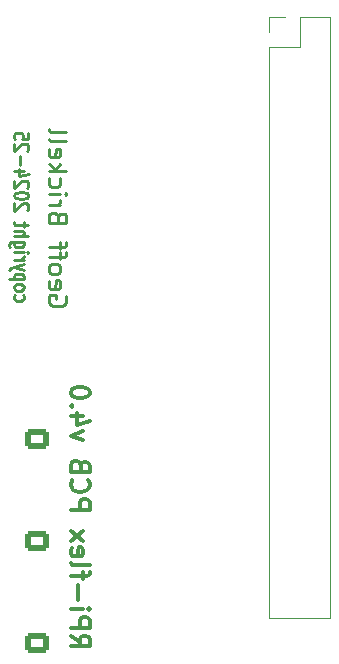
<source format=gbo>
G04 #@! TF.GenerationSoftware,KiCad,Pcbnew,8.0.8*
G04 #@! TF.CreationDate,2025-03-22T22:47:56+00:00*
G04 #@! TF.ProjectId,RPi-flex_PCB04,5250692d-666c-4657-985f-50434230342e,rev?*
G04 #@! TF.SameCoordinates,Original*
G04 #@! TF.FileFunction,Legend,Bot*
G04 #@! TF.FilePolarity,Positive*
%FSLAX46Y46*%
G04 Gerber Fmt 4.6, Leading zero omitted, Abs format (unit mm)*
G04 Created by KiCad (PCBNEW 8.0.8) date 2025-03-22 22:47:56*
%MOMM*%
%LPD*%
G01*
G04 APERTURE LIST*
G04 Aperture macros list*
%AMRoundRect*
0 Rectangle with rounded corners*
0 $1 Rounding radius*
0 $2 $3 $4 $5 $6 $7 $8 $9 X,Y pos of 4 corners*
0 Add a 4 corners polygon primitive as box body*
4,1,4,$2,$3,$4,$5,$6,$7,$8,$9,$2,$3,0*
0 Add four circle primitives for the rounded corners*
1,1,$1+$1,$2,$3*
1,1,$1+$1,$4,$5*
1,1,$1+$1,$6,$7*
1,1,$1+$1,$8,$9*
0 Add four rect primitives between the rounded corners*
20,1,$1+$1,$2,$3,$4,$5,0*
20,1,$1+$1,$4,$5,$6,$7,0*
20,1,$1+$1,$6,$7,$8,$9,0*
20,1,$1+$1,$8,$9,$2,$3,0*%
G04 Aperture macros list end*
%ADD10C,0.220000*%
%ADD11C,0.300000*%
%ADD12C,0.250000*%
%ADD13C,0.120000*%
%ADD14R,1.600000X1.600000*%
%ADD15C,1.600000*%
%ADD16R,1.700000X1.700000*%
%ADD17O,1.700000X1.700000*%
%ADD18RoundRect,0.250000X0.750000X-0.600000X0.750000X0.600000X-0.750000X0.600000X-0.750000X-0.600000X0*%
%ADD19O,2.000000X1.700000*%
%ADD20O,1.600000X1.600000*%
%ADD21R,0.840000X0.840000*%
%ADD22C,0.840000*%
%ADD23O,0.850000X1.850000*%
%ADD24C,2.200000*%
%ADD25R,1.800000X1.800000*%
%ADD26C,1.800000*%
G04 APERTURE END LIST*
D10*
X111513440Y-97688597D02*
X111456297Y-97783835D01*
X111456297Y-97783835D02*
X111456297Y-97974311D01*
X111456297Y-97974311D02*
X111513440Y-98069549D01*
X111513440Y-98069549D02*
X111570582Y-98117168D01*
X111570582Y-98117168D02*
X111684868Y-98164787D01*
X111684868Y-98164787D02*
X112027725Y-98164787D01*
X112027725Y-98164787D02*
X112142011Y-98117168D01*
X112142011Y-98117168D02*
X112199154Y-98069549D01*
X112199154Y-98069549D02*
X112256297Y-97974311D01*
X112256297Y-97974311D02*
X112256297Y-97783835D01*
X112256297Y-97783835D02*
X112199154Y-97688597D01*
X111456297Y-97117168D02*
X111513440Y-97212406D01*
X111513440Y-97212406D02*
X111570582Y-97260025D01*
X111570582Y-97260025D02*
X111684868Y-97307644D01*
X111684868Y-97307644D02*
X112027725Y-97307644D01*
X112027725Y-97307644D02*
X112142011Y-97260025D01*
X112142011Y-97260025D02*
X112199154Y-97212406D01*
X112199154Y-97212406D02*
X112256297Y-97117168D01*
X112256297Y-97117168D02*
X112256297Y-96974311D01*
X112256297Y-96974311D02*
X112199154Y-96879073D01*
X112199154Y-96879073D02*
X112142011Y-96831454D01*
X112142011Y-96831454D02*
X112027725Y-96783835D01*
X112027725Y-96783835D02*
X111684868Y-96783835D01*
X111684868Y-96783835D02*
X111570582Y-96831454D01*
X111570582Y-96831454D02*
X111513440Y-96879073D01*
X111513440Y-96879073D02*
X111456297Y-96974311D01*
X111456297Y-96974311D02*
X111456297Y-97117168D01*
X112256297Y-96355263D02*
X111056297Y-96355263D01*
X112199154Y-96355263D02*
X112256297Y-96260025D01*
X112256297Y-96260025D02*
X112256297Y-96069549D01*
X112256297Y-96069549D02*
X112199154Y-95974311D01*
X112199154Y-95974311D02*
X112142011Y-95926692D01*
X112142011Y-95926692D02*
X112027725Y-95879073D01*
X112027725Y-95879073D02*
X111684868Y-95879073D01*
X111684868Y-95879073D02*
X111570582Y-95926692D01*
X111570582Y-95926692D02*
X111513440Y-95974311D01*
X111513440Y-95974311D02*
X111456297Y-96069549D01*
X111456297Y-96069549D02*
X111456297Y-96260025D01*
X111456297Y-96260025D02*
X111513440Y-96355263D01*
X112256297Y-95545739D02*
X111456297Y-95307644D01*
X112256297Y-95069549D02*
X111456297Y-95307644D01*
X111456297Y-95307644D02*
X111170582Y-95402882D01*
X111170582Y-95402882D02*
X111113440Y-95450501D01*
X111113440Y-95450501D02*
X111056297Y-95545739D01*
X111456297Y-94688596D02*
X112256297Y-94688596D01*
X112027725Y-94688596D02*
X112142011Y-94640977D01*
X112142011Y-94640977D02*
X112199154Y-94593358D01*
X112199154Y-94593358D02*
X112256297Y-94498120D01*
X112256297Y-94498120D02*
X112256297Y-94402882D01*
X111456297Y-94069548D02*
X112256297Y-94069548D01*
X112656297Y-94069548D02*
X112599154Y-94117167D01*
X112599154Y-94117167D02*
X112542011Y-94069548D01*
X112542011Y-94069548D02*
X112599154Y-94021929D01*
X112599154Y-94021929D02*
X112656297Y-94069548D01*
X112656297Y-94069548D02*
X112542011Y-94069548D01*
X112256297Y-93164787D02*
X111284868Y-93164787D01*
X111284868Y-93164787D02*
X111170582Y-93212406D01*
X111170582Y-93212406D02*
X111113440Y-93260025D01*
X111113440Y-93260025D02*
X111056297Y-93355263D01*
X111056297Y-93355263D02*
X111056297Y-93498120D01*
X111056297Y-93498120D02*
X111113440Y-93593358D01*
X111513440Y-93164787D02*
X111456297Y-93260025D01*
X111456297Y-93260025D02*
X111456297Y-93450501D01*
X111456297Y-93450501D02*
X111513440Y-93545739D01*
X111513440Y-93545739D02*
X111570582Y-93593358D01*
X111570582Y-93593358D02*
X111684868Y-93640977D01*
X111684868Y-93640977D02*
X112027725Y-93640977D01*
X112027725Y-93640977D02*
X112142011Y-93593358D01*
X112142011Y-93593358D02*
X112199154Y-93545739D01*
X112199154Y-93545739D02*
X112256297Y-93450501D01*
X112256297Y-93450501D02*
X112256297Y-93260025D01*
X112256297Y-93260025D02*
X112199154Y-93164787D01*
X111456297Y-92688596D02*
X112656297Y-92688596D01*
X111456297Y-92260025D02*
X112084868Y-92260025D01*
X112084868Y-92260025D02*
X112199154Y-92307644D01*
X112199154Y-92307644D02*
X112256297Y-92402882D01*
X112256297Y-92402882D02*
X112256297Y-92545739D01*
X112256297Y-92545739D02*
X112199154Y-92640977D01*
X112199154Y-92640977D02*
X112142011Y-92688596D01*
X112256297Y-91926691D02*
X112256297Y-91545739D01*
X112656297Y-91783834D02*
X111627725Y-91783834D01*
X111627725Y-91783834D02*
X111513440Y-91736215D01*
X111513440Y-91736215D02*
X111456297Y-91640977D01*
X111456297Y-91640977D02*
X111456297Y-91545739D01*
X112542011Y-90498119D02*
X112599154Y-90450500D01*
X112599154Y-90450500D02*
X112656297Y-90355262D01*
X112656297Y-90355262D02*
X112656297Y-90117167D01*
X112656297Y-90117167D02*
X112599154Y-90021929D01*
X112599154Y-90021929D02*
X112542011Y-89974310D01*
X112542011Y-89974310D02*
X112427725Y-89926691D01*
X112427725Y-89926691D02*
X112313440Y-89926691D01*
X112313440Y-89926691D02*
X112142011Y-89974310D01*
X112142011Y-89974310D02*
X111456297Y-90545738D01*
X111456297Y-90545738D02*
X111456297Y-89926691D01*
X112656297Y-89307643D02*
X112656297Y-89212405D01*
X112656297Y-89212405D02*
X112599154Y-89117167D01*
X112599154Y-89117167D02*
X112542011Y-89069548D01*
X112542011Y-89069548D02*
X112427725Y-89021929D01*
X112427725Y-89021929D02*
X112199154Y-88974310D01*
X112199154Y-88974310D02*
X111913440Y-88974310D01*
X111913440Y-88974310D02*
X111684868Y-89021929D01*
X111684868Y-89021929D02*
X111570582Y-89069548D01*
X111570582Y-89069548D02*
X111513440Y-89117167D01*
X111513440Y-89117167D02*
X111456297Y-89212405D01*
X111456297Y-89212405D02*
X111456297Y-89307643D01*
X111456297Y-89307643D02*
X111513440Y-89402881D01*
X111513440Y-89402881D02*
X111570582Y-89450500D01*
X111570582Y-89450500D02*
X111684868Y-89498119D01*
X111684868Y-89498119D02*
X111913440Y-89545738D01*
X111913440Y-89545738D02*
X112199154Y-89545738D01*
X112199154Y-89545738D02*
X112427725Y-89498119D01*
X112427725Y-89498119D02*
X112542011Y-89450500D01*
X112542011Y-89450500D02*
X112599154Y-89402881D01*
X112599154Y-89402881D02*
X112656297Y-89307643D01*
X112542011Y-88593357D02*
X112599154Y-88545738D01*
X112599154Y-88545738D02*
X112656297Y-88450500D01*
X112656297Y-88450500D02*
X112656297Y-88212405D01*
X112656297Y-88212405D02*
X112599154Y-88117167D01*
X112599154Y-88117167D02*
X112542011Y-88069548D01*
X112542011Y-88069548D02*
X112427725Y-88021929D01*
X112427725Y-88021929D02*
X112313440Y-88021929D01*
X112313440Y-88021929D02*
X112142011Y-88069548D01*
X112142011Y-88069548D02*
X111456297Y-88640976D01*
X111456297Y-88640976D02*
X111456297Y-88021929D01*
X112256297Y-87164786D02*
X111456297Y-87164786D01*
X112713440Y-87402881D02*
X111856297Y-87640976D01*
X111856297Y-87640976D02*
X111856297Y-87021929D01*
X111913440Y-86640976D02*
X111913440Y-85879072D01*
X112542011Y-85450500D02*
X112599154Y-85402881D01*
X112599154Y-85402881D02*
X112656297Y-85307643D01*
X112656297Y-85307643D02*
X112656297Y-85069548D01*
X112656297Y-85069548D02*
X112599154Y-84974310D01*
X112599154Y-84974310D02*
X112542011Y-84926691D01*
X112542011Y-84926691D02*
X112427725Y-84879072D01*
X112427725Y-84879072D02*
X112313440Y-84879072D01*
X112313440Y-84879072D02*
X112142011Y-84926691D01*
X112142011Y-84926691D02*
X111456297Y-85498119D01*
X111456297Y-85498119D02*
X111456297Y-84879072D01*
X112656297Y-83974310D02*
X112656297Y-84450500D01*
X112656297Y-84450500D02*
X112084868Y-84498119D01*
X112084868Y-84498119D02*
X112142011Y-84450500D01*
X112142011Y-84450500D02*
X112199154Y-84355262D01*
X112199154Y-84355262D02*
X112199154Y-84117167D01*
X112199154Y-84117167D02*
X112142011Y-84021929D01*
X112142011Y-84021929D02*
X112084868Y-83974310D01*
X112084868Y-83974310D02*
X111970582Y-83926691D01*
X111970582Y-83926691D02*
X111684868Y-83926691D01*
X111684868Y-83926691D02*
X111570582Y-83974310D01*
X111570582Y-83974310D02*
X111513440Y-84021929D01*
X111513440Y-84021929D02*
X111456297Y-84117167D01*
X111456297Y-84117167D02*
X111456297Y-84355262D01*
X111456297Y-84355262D02*
X111513440Y-84450500D01*
X111513440Y-84450500D02*
X111570582Y-84498119D01*
D11*
X116242409Y-126523393D02*
X117004314Y-127056727D01*
X116242409Y-127437679D02*
X117842409Y-127437679D01*
X117842409Y-127437679D02*
X117842409Y-126828155D01*
X117842409Y-126828155D02*
X117766219Y-126675774D01*
X117766219Y-126675774D02*
X117690028Y-126599584D01*
X117690028Y-126599584D02*
X117537647Y-126523393D01*
X117537647Y-126523393D02*
X117309076Y-126523393D01*
X117309076Y-126523393D02*
X117156695Y-126599584D01*
X117156695Y-126599584D02*
X117080504Y-126675774D01*
X117080504Y-126675774D02*
X117004314Y-126828155D01*
X117004314Y-126828155D02*
X117004314Y-127437679D01*
X116242409Y-125837679D02*
X117842409Y-125837679D01*
X117842409Y-125837679D02*
X117842409Y-125228155D01*
X117842409Y-125228155D02*
X117766219Y-125075774D01*
X117766219Y-125075774D02*
X117690028Y-124999584D01*
X117690028Y-124999584D02*
X117537647Y-124923393D01*
X117537647Y-124923393D02*
X117309076Y-124923393D01*
X117309076Y-124923393D02*
X117156695Y-124999584D01*
X117156695Y-124999584D02*
X117080504Y-125075774D01*
X117080504Y-125075774D02*
X117004314Y-125228155D01*
X117004314Y-125228155D02*
X117004314Y-125837679D01*
X116242409Y-124237679D02*
X117309076Y-124237679D01*
X117842409Y-124237679D02*
X117766219Y-124313870D01*
X117766219Y-124313870D02*
X117690028Y-124237679D01*
X117690028Y-124237679D02*
X117766219Y-124161489D01*
X117766219Y-124161489D02*
X117842409Y-124237679D01*
X117842409Y-124237679D02*
X117690028Y-124237679D01*
X116851933Y-123475774D02*
X116851933Y-122256727D01*
X117309076Y-121723394D02*
X117309076Y-121113870D01*
X116242409Y-121494822D02*
X117613838Y-121494822D01*
X117613838Y-121494822D02*
X117766219Y-121418632D01*
X117766219Y-121418632D02*
X117842409Y-121266251D01*
X117842409Y-121266251D02*
X117842409Y-121113870D01*
X116242409Y-120351965D02*
X116318600Y-120504346D01*
X116318600Y-120504346D02*
X116470980Y-120580536D01*
X116470980Y-120580536D02*
X117842409Y-120580536D01*
X116318600Y-119132917D02*
X116242409Y-119285298D01*
X116242409Y-119285298D02*
X116242409Y-119590060D01*
X116242409Y-119590060D02*
X116318600Y-119742441D01*
X116318600Y-119742441D02*
X116470980Y-119818632D01*
X116470980Y-119818632D02*
X117080504Y-119818632D01*
X117080504Y-119818632D02*
X117232885Y-119742441D01*
X117232885Y-119742441D02*
X117309076Y-119590060D01*
X117309076Y-119590060D02*
X117309076Y-119285298D01*
X117309076Y-119285298D02*
X117232885Y-119132917D01*
X117232885Y-119132917D02*
X117080504Y-119056727D01*
X117080504Y-119056727D02*
X116928123Y-119056727D01*
X116928123Y-119056727D02*
X116775742Y-119818632D01*
X116242409Y-118523393D02*
X117309076Y-117685298D01*
X117309076Y-118523393D02*
X116242409Y-117685298D01*
X116242409Y-115856726D02*
X117842409Y-115856726D01*
X117842409Y-115856726D02*
X117842409Y-115247202D01*
X117842409Y-115247202D02*
X117766219Y-115094821D01*
X117766219Y-115094821D02*
X117690028Y-115018631D01*
X117690028Y-115018631D02*
X117537647Y-114942440D01*
X117537647Y-114942440D02*
X117309076Y-114942440D01*
X117309076Y-114942440D02*
X117156695Y-115018631D01*
X117156695Y-115018631D02*
X117080504Y-115094821D01*
X117080504Y-115094821D02*
X117004314Y-115247202D01*
X117004314Y-115247202D02*
X117004314Y-115856726D01*
X116394790Y-113342440D02*
X116318600Y-113418631D01*
X116318600Y-113418631D02*
X116242409Y-113647202D01*
X116242409Y-113647202D02*
X116242409Y-113799583D01*
X116242409Y-113799583D02*
X116318600Y-114028155D01*
X116318600Y-114028155D02*
X116470980Y-114180536D01*
X116470980Y-114180536D02*
X116623361Y-114256726D01*
X116623361Y-114256726D02*
X116928123Y-114332917D01*
X116928123Y-114332917D02*
X117156695Y-114332917D01*
X117156695Y-114332917D02*
X117461457Y-114256726D01*
X117461457Y-114256726D02*
X117613838Y-114180536D01*
X117613838Y-114180536D02*
X117766219Y-114028155D01*
X117766219Y-114028155D02*
X117842409Y-113799583D01*
X117842409Y-113799583D02*
X117842409Y-113647202D01*
X117842409Y-113647202D02*
X117766219Y-113418631D01*
X117766219Y-113418631D02*
X117690028Y-113342440D01*
X117080504Y-112123393D02*
X117004314Y-111894821D01*
X117004314Y-111894821D02*
X116928123Y-111818631D01*
X116928123Y-111818631D02*
X116775742Y-111742440D01*
X116775742Y-111742440D02*
X116547171Y-111742440D01*
X116547171Y-111742440D02*
X116394790Y-111818631D01*
X116394790Y-111818631D02*
X116318600Y-111894821D01*
X116318600Y-111894821D02*
X116242409Y-112047202D01*
X116242409Y-112047202D02*
X116242409Y-112656726D01*
X116242409Y-112656726D02*
X117842409Y-112656726D01*
X117842409Y-112656726D02*
X117842409Y-112123393D01*
X117842409Y-112123393D02*
X117766219Y-111971012D01*
X117766219Y-111971012D02*
X117690028Y-111894821D01*
X117690028Y-111894821D02*
X117537647Y-111818631D01*
X117537647Y-111818631D02*
X117385266Y-111818631D01*
X117385266Y-111818631D02*
X117232885Y-111894821D01*
X117232885Y-111894821D02*
X117156695Y-111971012D01*
X117156695Y-111971012D02*
X117080504Y-112123393D01*
X117080504Y-112123393D02*
X117080504Y-112656726D01*
X117309076Y-109990059D02*
X116242409Y-109609107D01*
X116242409Y-109609107D02*
X117309076Y-109228154D01*
X117309076Y-107932916D02*
X116242409Y-107932916D01*
X117918600Y-108313868D02*
X116775742Y-108694821D01*
X116775742Y-108694821D02*
X116775742Y-107704344D01*
X116394790Y-107094820D02*
X116318600Y-107018630D01*
X116318600Y-107018630D02*
X116242409Y-107094820D01*
X116242409Y-107094820D02*
X116318600Y-107171011D01*
X116318600Y-107171011D02*
X116394790Y-107094820D01*
X116394790Y-107094820D02*
X116242409Y-107094820D01*
X117842409Y-106028153D02*
X117842409Y-105875772D01*
X117842409Y-105875772D02*
X117766219Y-105723391D01*
X117766219Y-105723391D02*
X117690028Y-105647201D01*
X117690028Y-105647201D02*
X117537647Y-105571010D01*
X117537647Y-105571010D02*
X117232885Y-105494820D01*
X117232885Y-105494820D02*
X116851933Y-105494820D01*
X116851933Y-105494820D02*
X116547171Y-105571010D01*
X116547171Y-105571010D02*
X116394790Y-105647201D01*
X116394790Y-105647201D02*
X116318600Y-105723391D01*
X116318600Y-105723391D02*
X116242409Y-105875772D01*
X116242409Y-105875772D02*
X116242409Y-106028153D01*
X116242409Y-106028153D02*
X116318600Y-106180534D01*
X116318600Y-106180534D02*
X116394790Y-106256725D01*
X116394790Y-106256725D02*
X116547171Y-106332915D01*
X116547171Y-106332915D02*
X116851933Y-106409106D01*
X116851933Y-106409106D02*
X117232885Y-106409106D01*
X117232885Y-106409106D02*
X117537647Y-106332915D01*
X117537647Y-106332915D02*
X117690028Y-106256725D01*
X117690028Y-106256725D02*
X117766219Y-106180534D01*
X117766219Y-106180534D02*
X117842409Y-106028153D01*
D12*
X115809642Y-97793141D02*
X115881071Y-97935999D01*
X115881071Y-97935999D02*
X115881071Y-98150284D01*
X115881071Y-98150284D02*
X115809642Y-98364570D01*
X115809642Y-98364570D02*
X115666785Y-98507427D01*
X115666785Y-98507427D02*
X115523928Y-98578856D01*
X115523928Y-98578856D02*
X115238214Y-98650284D01*
X115238214Y-98650284D02*
X115023928Y-98650284D01*
X115023928Y-98650284D02*
X114738214Y-98578856D01*
X114738214Y-98578856D02*
X114595357Y-98507427D01*
X114595357Y-98507427D02*
X114452500Y-98364570D01*
X114452500Y-98364570D02*
X114381071Y-98150284D01*
X114381071Y-98150284D02*
X114381071Y-98007427D01*
X114381071Y-98007427D02*
X114452500Y-97793141D01*
X114452500Y-97793141D02*
X114523928Y-97721713D01*
X114523928Y-97721713D02*
X115023928Y-97721713D01*
X115023928Y-97721713D02*
X115023928Y-98007427D01*
X114452500Y-96507427D02*
X114381071Y-96650284D01*
X114381071Y-96650284D02*
X114381071Y-96935999D01*
X114381071Y-96935999D02*
X114452500Y-97078856D01*
X114452500Y-97078856D02*
X114595357Y-97150284D01*
X114595357Y-97150284D02*
X115166785Y-97150284D01*
X115166785Y-97150284D02*
X115309642Y-97078856D01*
X115309642Y-97078856D02*
X115381071Y-96935999D01*
X115381071Y-96935999D02*
X115381071Y-96650284D01*
X115381071Y-96650284D02*
X115309642Y-96507427D01*
X115309642Y-96507427D02*
X115166785Y-96435999D01*
X115166785Y-96435999D02*
X115023928Y-96435999D01*
X115023928Y-96435999D02*
X114881071Y-97150284D01*
X114381071Y-95578856D02*
X114452500Y-95721713D01*
X114452500Y-95721713D02*
X114523928Y-95793142D01*
X114523928Y-95793142D02*
X114666785Y-95864570D01*
X114666785Y-95864570D02*
X115095357Y-95864570D01*
X115095357Y-95864570D02*
X115238214Y-95793142D01*
X115238214Y-95793142D02*
X115309642Y-95721713D01*
X115309642Y-95721713D02*
X115381071Y-95578856D01*
X115381071Y-95578856D02*
X115381071Y-95364570D01*
X115381071Y-95364570D02*
X115309642Y-95221713D01*
X115309642Y-95221713D02*
X115238214Y-95150285D01*
X115238214Y-95150285D02*
X115095357Y-95078856D01*
X115095357Y-95078856D02*
X114666785Y-95078856D01*
X114666785Y-95078856D02*
X114523928Y-95150285D01*
X114523928Y-95150285D02*
X114452500Y-95221713D01*
X114452500Y-95221713D02*
X114381071Y-95364570D01*
X114381071Y-95364570D02*
X114381071Y-95578856D01*
X115381071Y-94650284D02*
X115381071Y-94078856D01*
X114381071Y-94435999D02*
X115666785Y-94435999D01*
X115666785Y-94435999D02*
X115809642Y-94364570D01*
X115809642Y-94364570D02*
X115881071Y-94221713D01*
X115881071Y-94221713D02*
X115881071Y-94078856D01*
X115381071Y-93793141D02*
X115381071Y-93221713D01*
X114381071Y-93578856D02*
X115666785Y-93578856D01*
X115666785Y-93578856D02*
X115809642Y-93507427D01*
X115809642Y-93507427D02*
X115881071Y-93364570D01*
X115881071Y-93364570D02*
X115881071Y-93221713D01*
X115166785Y-91078856D02*
X115095357Y-90864570D01*
X115095357Y-90864570D02*
X115023928Y-90793141D01*
X115023928Y-90793141D02*
X114881071Y-90721713D01*
X114881071Y-90721713D02*
X114666785Y-90721713D01*
X114666785Y-90721713D02*
X114523928Y-90793141D01*
X114523928Y-90793141D02*
X114452500Y-90864570D01*
X114452500Y-90864570D02*
X114381071Y-91007427D01*
X114381071Y-91007427D02*
X114381071Y-91578856D01*
X114381071Y-91578856D02*
X115881071Y-91578856D01*
X115881071Y-91578856D02*
X115881071Y-91078856D01*
X115881071Y-91078856D02*
X115809642Y-90935999D01*
X115809642Y-90935999D02*
X115738214Y-90864570D01*
X115738214Y-90864570D02*
X115595357Y-90793141D01*
X115595357Y-90793141D02*
X115452500Y-90793141D01*
X115452500Y-90793141D02*
X115309642Y-90864570D01*
X115309642Y-90864570D02*
X115238214Y-90935999D01*
X115238214Y-90935999D02*
X115166785Y-91078856D01*
X115166785Y-91078856D02*
X115166785Y-91578856D01*
X114381071Y-90078856D02*
X115381071Y-90078856D01*
X115095357Y-90078856D02*
X115238214Y-90007427D01*
X115238214Y-90007427D02*
X115309642Y-89935999D01*
X115309642Y-89935999D02*
X115381071Y-89793141D01*
X115381071Y-89793141D02*
X115381071Y-89650284D01*
X114381071Y-89150285D02*
X115381071Y-89150285D01*
X115881071Y-89150285D02*
X115809642Y-89221713D01*
X115809642Y-89221713D02*
X115738214Y-89150285D01*
X115738214Y-89150285D02*
X115809642Y-89078856D01*
X115809642Y-89078856D02*
X115881071Y-89150285D01*
X115881071Y-89150285D02*
X115738214Y-89150285D01*
X114452500Y-87793142D02*
X114381071Y-87935999D01*
X114381071Y-87935999D02*
X114381071Y-88221713D01*
X114381071Y-88221713D02*
X114452500Y-88364570D01*
X114452500Y-88364570D02*
X114523928Y-88435999D01*
X114523928Y-88435999D02*
X114666785Y-88507427D01*
X114666785Y-88507427D02*
X115095357Y-88507427D01*
X115095357Y-88507427D02*
X115238214Y-88435999D01*
X115238214Y-88435999D02*
X115309642Y-88364570D01*
X115309642Y-88364570D02*
X115381071Y-88221713D01*
X115381071Y-88221713D02*
X115381071Y-87935999D01*
X115381071Y-87935999D02*
X115309642Y-87793142D01*
X114381071Y-87150285D02*
X115881071Y-87150285D01*
X114952500Y-87007428D02*
X114381071Y-86578856D01*
X115381071Y-86578856D02*
X114809642Y-87150285D01*
X114452500Y-85364570D02*
X114381071Y-85507427D01*
X114381071Y-85507427D02*
X114381071Y-85793142D01*
X114381071Y-85793142D02*
X114452500Y-85935999D01*
X114452500Y-85935999D02*
X114595357Y-86007427D01*
X114595357Y-86007427D02*
X115166785Y-86007427D01*
X115166785Y-86007427D02*
X115309642Y-85935999D01*
X115309642Y-85935999D02*
X115381071Y-85793142D01*
X115381071Y-85793142D02*
X115381071Y-85507427D01*
X115381071Y-85507427D02*
X115309642Y-85364570D01*
X115309642Y-85364570D02*
X115166785Y-85293142D01*
X115166785Y-85293142D02*
X115023928Y-85293142D01*
X115023928Y-85293142D02*
X114881071Y-86007427D01*
X114381071Y-84435999D02*
X114452500Y-84578856D01*
X114452500Y-84578856D02*
X114595357Y-84650285D01*
X114595357Y-84650285D02*
X115881071Y-84650285D01*
X114381071Y-83650285D02*
X114452500Y-83793142D01*
X114452500Y-83793142D02*
X114595357Y-83864571D01*
X114595357Y-83864571D02*
X115881071Y-83864571D01*
D13*
X133036000Y-74108000D02*
X133036000Y-75438000D01*
X133036000Y-76708000D02*
X133036000Y-125028000D01*
X134366000Y-74108000D02*
X133036000Y-74108000D01*
X135636000Y-74108000D02*
X135636000Y-76708000D01*
X135636000Y-76708000D02*
X133036000Y-76708000D01*
X138236000Y-74108000D02*
X135636000Y-74108000D01*
X138236000Y-74108000D02*
X138236000Y-125028000D01*
X138236000Y-125028000D02*
X133036000Y-125028000D01*
%LPC*%
D14*
X128270000Y-124460000D03*
D15*
X121770000Y-124460000D03*
D16*
X118745000Y-75057000D03*
D17*
X121285000Y-75057000D03*
X123825000Y-75057000D03*
X126365000Y-75057000D03*
X128905000Y-75057000D03*
D16*
X118745000Y-78613000D03*
D17*
X121285000Y-78613000D03*
X123825000Y-78613000D03*
X126365000Y-78613000D03*
X128905000Y-78613000D03*
D16*
X111252000Y-80391000D03*
D17*
X111252000Y-77851000D03*
X111252000Y-75311000D03*
D16*
X113792000Y-80391000D03*
D17*
X113792000Y-77851000D03*
X113792000Y-75311000D03*
D16*
X130048000Y-70104000D03*
D17*
X127508000Y-70104000D03*
X124968000Y-70104000D03*
X122428000Y-70104000D03*
X119888000Y-70104000D03*
X117348000Y-70104000D03*
D16*
X120523000Y-83185000D03*
D17*
X120523000Y-85725000D03*
X120523000Y-88265000D03*
D18*
X113411000Y-109855000D03*
D19*
X113411000Y-107355000D03*
D18*
X113411000Y-118491000D03*
D19*
X113411000Y-115991000D03*
D18*
X113411000Y-127127000D03*
D19*
X113411000Y-124627000D03*
D15*
X124968000Y-83058000D03*
D20*
X124968000Y-93218000D03*
D16*
X129413000Y-85598000D03*
D17*
X129413000Y-88138000D03*
X129413000Y-90678000D03*
X129413000Y-93218000D03*
D21*
X112649000Y-101219000D03*
D22*
X113299000Y-102219000D03*
X113949000Y-101219000D03*
X114599000Y-102219000D03*
X115249000Y-101219000D03*
D23*
X110374000Y-101439000D03*
X117524000Y-101439000D03*
D24*
X135636000Y-70485000D03*
X135636000Y-128485000D03*
D16*
X120523000Y-93345000D03*
D17*
X120523000Y-95885000D03*
D16*
X140589000Y-104648000D03*
D17*
X140589000Y-107188000D03*
X140589000Y-109728000D03*
X140589000Y-112268000D03*
X140589000Y-114808000D03*
X140589000Y-117348000D03*
D16*
X140589000Y-69977000D03*
D17*
X140589000Y-72517000D03*
X140589000Y-75057000D03*
D16*
X140589000Y-78613000D03*
D17*
X140589000Y-81153000D03*
X140589000Y-83693000D03*
D16*
X140589000Y-127000000D03*
D17*
X140589000Y-129540000D03*
D16*
X140589000Y-92329000D03*
D17*
X140589000Y-89789000D03*
X140589000Y-87249000D03*
D16*
X140589000Y-120904000D03*
D17*
X140589000Y-123444000D03*
D16*
X140589000Y-96012000D03*
D17*
X140589000Y-98552000D03*
X140589000Y-101092000D03*
D16*
X123952000Y-116078000D03*
D17*
X126492000Y-116078000D03*
X129032000Y-116078000D03*
D25*
X122301000Y-103886000D03*
D26*
X124841000Y-103886000D03*
D16*
X129286000Y-98425000D03*
D17*
X129286000Y-100965000D03*
X129286000Y-103505000D03*
X129286000Y-106045000D03*
X129286000Y-108585000D03*
X129286000Y-111125000D03*
D16*
X134366000Y-75438000D03*
D17*
X136906000Y-75438000D03*
X134366000Y-77978000D03*
X136906000Y-77978000D03*
X134366000Y-80518000D03*
X136906000Y-80518000D03*
X134366000Y-83058000D03*
X136906000Y-83058000D03*
X134366000Y-85598000D03*
X136906000Y-85598000D03*
X134366000Y-88138000D03*
X136906000Y-88138000D03*
X134366000Y-90678000D03*
X136906000Y-90678000D03*
X134366000Y-93218000D03*
X136906000Y-93218000D03*
X134366000Y-95758000D03*
X136906000Y-95758000D03*
X134366000Y-98298000D03*
X136906000Y-98298000D03*
X134366000Y-100838000D03*
X136906000Y-100838000D03*
X134366000Y-103378000D03*
X136906000Y-103378000D03*
X134366000Y-105918000D03*
X136906000Y-105918000D03*
X134366000Y-108458000D03*
X136906000Y-108458000D03*
X134366000Y-110998000D03*
X136906000Y-110998000D03*
X134366000Y-113538000D03*
X136906000Y-113538000D03*
X134366000Y-116078000D03*
X136906000Y-116078000D03*
X134366000Y-118618000D03*
X136906000Y-118618000D03*
X134366000Y-121158000D03*
X136906000Y-121158000D03*
X134366000Y-123698000D03*
X136906000Y-123698000D03*
%LPD*%
M02*

</source>
